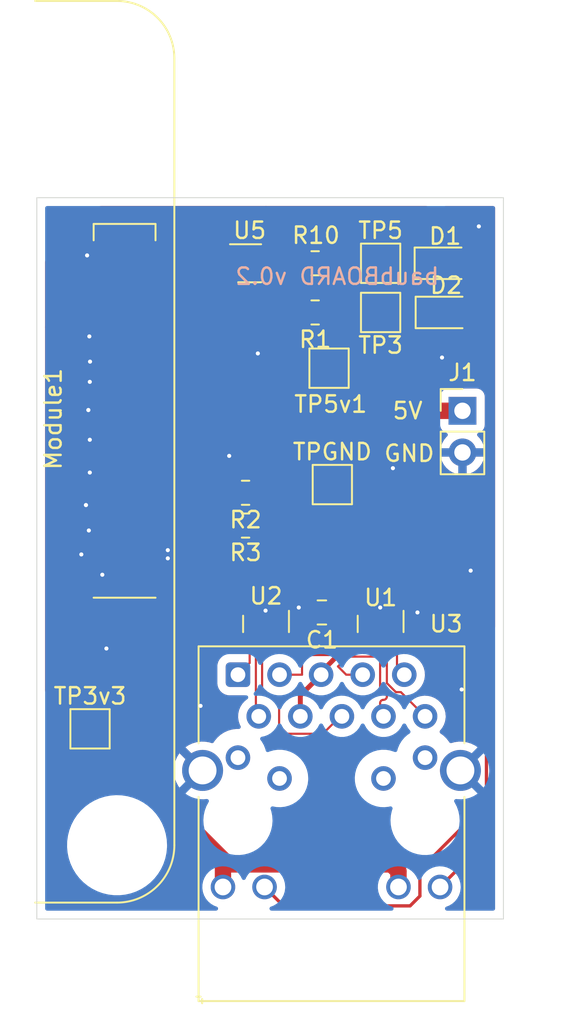
<source format=kicad_pcb>
(kicad_pcb (version 20210424) (generator pcbnew)
  (layers (0 "F.Cu" signal) (1 "In1.Cu" power) (2 "In2.Cu" power) (31 "B.Cu" signal) (34 "B.Paste" user) (35 "F.Paste" user) (36 "B.SilkS" user "B.Silkscreen") (37 "F.SilkS" user "F.Silkscreen") (38 "B.Mask" user) (39 "F.Mask" user) (44 "Edge.Cuts" user))
  (net 0 "")
  (net 1 "GND")
  (net 2 "Net-(C1-Pad1)")
  (net 3 "/CM4_GPIO ( Ethernet, GPIO, SDCARD)/SD_DAT1")
  (net 4 "/CM4_GPIO ( Ethernet, GPIO, SDCARD)/SD_DAT0")
  (net 5 "/CM4_GPIO ( Ethernet, GPIO, SDCARD)/SD_CLK")
  (net 6 "/CM4_GPIO ( Ethernet, GPIO, SDCARD)/SD_CMD")
  (net 7 "/CM4_GPIO ( Ethernet, GPIO, SDCARD)/SD_DAT3")
  (net 8 "/CM4_GPIO ( Ethernet, GPIO, SDCARD)/SD_DAT2")
  (net 9 "/CM4_GPIO ( Ethernet, GPIO, SDCARD)/GPIO2")
  (net 10 "/CM4_GPIO ( Ethernet, GPIO, SDCARD)/GPIO3")
  (net 11 "/CM4_GPIO ( Ethernet, GPIO, SDCARD)/GPIO4")
  (net 12 "/CM4_GPIO ( Ethernet, GPIO, SDCARD)/GPIO14")
  (net 13 "/CM4_GPIO ( Ethernet, GPIO, SDCARD)/GPIO15")
  (net 14 "/CM4_GPIO ( Ethernet, GPIO, SDCARD)/GPIO17")
  (net 15 "/CM4_GPIO ( Ethernet, GPIO, SDCARD)/GPIO18")
  (net 16 "/CM4_GPIO ( Ethernet, GPIO, SDCARD)/GPIO27")
  (net 17 "/CM4_GPIO ( Ethernet, GPIO, SDCARD)/GPIO22")
  (net 18 "/CM4_GPIO ( Ethernet, GPIO, SDCARD)/GPIO23")
  (net 19 "/CM4_GPIO ( Ethernet, GPIO, SDCARD)/GPIO24")
  (net 20 "/CM4_GPIO ( Ethernet, GPIO, SDCARD)/GPIO10")
  (net 21 "/CM4_GPIO ( Ethernet, GPIO, SDCARD)/GPIO9")
  (net 22 "/CM4_GPIO ( Ethernet, GPIO, SDCARD)/GPIO25")
  (net 23 "/CM4_GPIO ( Ethernet, GPIO, SDCARD)/GPIO11")
  (net 24 "/CM4_GPIO ( Ethernet, GPIO, SDCARD)/GPIO8")
  (net 25 "/CM4_GPIO ( Ethernet, GPIO, SDCARD)/GPIO7")
  (net 26 "/CM4_GPIO ( Ethernet, GPIO, SDCARD)/GPIO5")
  (net 27 "/CM4_GPIO ( Ethernet, GPIO, SDCARD)/GPIO6")
  (net 28 "/CM4_GPIO ( Ethernet, GPIO, SDCARD)/GPIO12")
  (net 29 "/CM4_GPIO ( Ethernet, GPIO, SDCARD)/GPIO13")
  (net 30 "/CM4_GPIO ( Ethernet, GPIO, SDCARD)/GPIO16")
  (net 31 "/CM4_GPIO ( Ethernet, GPIO, SDCARD)/GPIO26")
  (net 32 "/CM4_GPIO ( Ethernet, GPIO, SDCARD)/GPIO20")
  (net 33 "/CM4_GPIO ( Ethernet, GPIO, SDCARD)/GPIO21")
  (net 34 "/CM4_GPIO ( Ethernet, GPIO, SDCARD)/TR1_TAP")
  (net 35 "/CM4_GPIO ( Ethernet, GPIO, SDCARD)/TR0_TAP")
  (net 36 "/CM4_GPIO ( Ethernet, GPIO, SDCARD)/TR3_TAP")
  (net 37 "/CM4_GPIO ( Ethernet, GPIO, SDCARD)/TR2_TAP")
  (net 38 "/CM4_GPIO ( Ethernet, GPIO, SDCARD)/TRD1_P")
  (net 39 "/CM4_GPIO ( Ethernet, GPIO, SDCARD)/TRD3_N")
  (net 40 "/CM4_GPIO ( Ethernet, GPIO, SDCARD)/TRD1_N")
  (net 41 "/CM4_GPIO ( Ethernet, GPIO, SDCARD)/TRD2_N")
  (net 42 "/CM4_GPIO ( Ethernet, GPIO, SDCARD)/TRD0_N")
  (net 43 "/CM4_GPIO ( Ethernet, GPIO, SDCARD)/TRD2_P")
  (net 44 "/CM4_GPIO ( Ethernet, GPIO, SDCARD)/TRD0_P")
  (net 45 "/CM4_GPIO ( Ethernet, GPIO, SDCARD)/ETH_LEDG")
  (net 46 "/CM4_GPIO ( Ethernet, GPIO, SDCARD)/ETH_LEDY")
  (net 47 "/CM4_GPIO ( Ethernet, GPIO, SDCARD)/nPWR_LED")
  (net 48 "Net-(D2-Pad1)")
  (net 49 "Net-(R2-Pad1)")
  (net 50 "Net-(R3-Pad1)")
  (net 51 "Net-(D1-Pad1)")
  (net 52 "Net-(R10-Pad2)")
  (net 53 "/CM4_GPIO ( Ethernet, GPIO, SDCARD)/TRD3_P")
  (net 54 "/CM4_GPIO ( Ethernet, GPIO, SDCARD)/WL_nDis")
  (net 55 "/CM4_GPIO ( Ethernet, GPIO, SDCARD)/GPIO19")
  (net 56 "/CM4_GPIO ( Ethernet, GPIO, SDCARD)/SD_PWR_ON")
  (net 57 "/CM4_GPIO ( Ethernet, GPIO, SDCARD)/SYNC_OUT")
  (net 58 "/CM4_GPIO ( Ethernet, GPIO, SDCARD)/SYNC_IN")
  (net 59 "/CM4_GPIO ( Ethernet, GPIO, SDCARD)/AIN0")
  (net 60 "/CM4_GPIO ( Ethernet, GPIO, SDCARD)/AIN1")
  (net 61 "/CM4_GPIO ( Ethernet, GPIO, SDCARD)/+1.8v")
  (net 62 "/CM4_GPIO ( Ethernet, GPIO, SDCARD)/RUN_PG")
  (net 63 "/CM4_GPIO ( Ethernet, GPIO, SDCARD)/EEPROM_nWP")
  (net 64 "/CM4_GPIO ( Ethernet, GPIO, SDCARD)/nRPIBOOT")
  (net 65 "/CM4_GPIO ( Ethernet, GPIO, SDCARD)/BT_nDis")
  (net 66 "/CM4_GPIO ( Ethernet, GPIO, SDCARD)/Reserved")
  (net 67 "/CM4_GPIO ( Ethernet, GPIO, SDCARD)/+3.3v")
  (net 69 "/CM4_GPIO ( Ethernet, GPIO, SDCARD)/ID_SC")
  (net 70 "/CM4_GPIO ( Ethernet, GPIO, SDCARD)/ID_SD")
  (net 76 "/CM4_GPIO ( Ethernet, GPIO, SDCARD)/+5v")
  (net 77 "/CM4_GPIO ( Ethernet, GPIO, SDCARD)/SCL0")
  (net 78 "/CM4_GPIO ( Ethernet, GPIO, SDCARD)/SDA0")
  (net 79 "/CM4_GPIO ( Ethernet, GPIO, SDCARD)/CAM_GPIO")
  (net 80 "/CM4_GPIO ( Ethernet, GPIO, SDCARD)/GLOBAL_EN")
  (net 81 "/CM4_GPIO ( Ethernet, GPIO, SDCARD)/nEXTRST")
  (net 82 "/CM4_GPIO ( Ethernet, GPIO, SDCARD)/nLED_Activity")
  (footprint "Resistor_SMD:R_0805_2012Metric_Pad1.20x1.40mm_HandSolder" (layer "F.Cu") (at 115.2 91.4 180)
    (fp_text reference "R10")
    (fp_text value "1k")
  )
  (footprint "Resistor_SMD:R_0805_2012Metric_Pad1.20x1.40mm_HandSolder" (layer "F.Cu") (at 115.2 94.4 180)
    (fp_text reference "R1")
    (fp_text value "1k")
  )
  (footprint "Package_TO_SOT_SMD:SOT-353_SC-70-5" (layer "F.Cu") (at 111.2 91.4)
    (fp_text reference "U5")
    (fp_text value "74LVC1G07SE-7")
  )
  (footprint "Package_SON:USON-10_2.5x1.0mm_P0.5mm" (layer "F.Cu") (at 119.2 113.4 -90)
    (fp_text reference "U1")
    (fp_text value "TPD4EUSB30")
  )
  (footprint "Resistor_SMD:R_0805_2012Metric_Pad1.20x1.40mm_HandSolder" (layer "F.Cu") (at 110.95 107.4 180)
    (fp_text reference "R3")
    (fp_text value "470R")
  )
  (footprint "TestPoint:TestPoint_Pad_2.0x2.0mm" (layer "F.Cu") (at 119.2 91.4)
    (fp_text reference "TP5")
    (fp_text value "TestPoint")
  )
  (footprint "LED_SMD:LED_0805_2012Metric_Pad1.15x1.40mm_HandSolder" (layer "F.Cu") (at 123.2 94.4)
    (fp_text reference "D2")
    (fp_text value "LED Green")
  )
  (footprint "CM4IO:Raspberry-Pi-4-Compute-Module" (layer "F.Cu") (at 103.1 78.9 180)
    (fp_text reference "Module1")
    (fp_text value "ComputeModule4")
  )
  (footprint "LED_SMD:LED_0805_2012Metric_Pad1.15x1.40mm_HandSolder" (layer "F.Cu") (at 123.1375 91.4)
    (fp_text reference "D1")
    (fp_text value "LED Red")
  )
  (footprint "Connector_PinHeader_2.54mm:PinHeader_1x02_P2.54mm_Vertical" (layer "F.Cu") (at 124.2 100.4)
    (fp_text reference "J1")
    (fp_text value "Conn_01x02_Male")
  )
  (footprint "Resistor_SMD:R_0805_2012Metric_Pad1.20x1.40mm_HandSolder" (layer "F.Cu") (at 110.95 105.4 180)
    (fp_text reference "R2")
    (fp_text value "470R")
  )
  (footprint "Capacitor_SMD:C_0805_2012Metric_Pad1.18x1.45mm_HandSolder" (layer "F.Cu") (at 115.6125 112.7 180)
    (fp_text reference "C1")
    (fp_text value "100n")
  )
  (footprint "CM4IO:TRJG0926HENL" (layer "F.Cu") (at 116.2 125.3875)
    (fp_text reference "U3")
    (fp_text value "MagJack-A70-112-331N126")
  )
  (footprint "TestPoint:TestPoint_Pad_2.0x2.0mm" (layer "F.Cu") (at 116.05 97.8)
    (fp_text reference "TP5v1")
    (fp_text value "TestPoint")
  )
  (footprint "TestPoint:TestPoint_Pad_2.0x2.0mm" (layer "F.Cu") (at 101.45 119.8)
    (fp_text reference "TP3v3")
    (fp_text value "TestPoint")
  )
  (footprint "Package_SON:USON-10_2.5x1.0mm_P0.5mm" (layer "F.Cu") (at 112.2 113.4 -90)
    (fp_text reference "U2")
    (fp_text value "TPD4EUSB30")
  )
  (footprint "TestPoint:TestPoint_Pad_2.0x2.0mm" (layer "F.Cu") (at 119.2 94.4)
    (fp_text reference "TP3")
    (fp_text value "TestPoint")
  )
  (footprint "TestPoint:TestPoint_Pad_2.0x2.0mm" (layer "F.Cu") (at 116.25 104.9)
    (fp_text reference "TPGND")
    (fp_text value "TestPoint")
  )
  (gr_line (start 98.2 87.4) (end 126.7 87.4) (layer "Edge.Cuts") (width 0.05))
  (gr_line (start 126.7 131.4) (end 98.2 131.4) (layer "Edge.Cuts") (width 0.05))
  (gr_line (start 126.7 87.4) (end 126.7 131.4) (layer "Edge.Cuts") (width 0.05))
  (gr_line (start 98.2 87.4) (end 98.2 131.4) (layer "Edge.Cuts") (width 0.05))
  (gr_text "baubBOARD v0.2" (at 116.55 92.2) (layer "B.SilkS") (effects (font (size 1 1)) (justify mirror)))
  (gr_text "5V" (at 120.85 100.4) (layer "F.SilkS") (effects (font (size 1 1))))
  (gr_text "GND\n" (at 120.95 103) (layer "F.SilkS") (effects (font (size 1 1))))
  (segment (start 101.469677 104.2) (end 101.435806 104.166129) (width 0.13) (layer "F.Cu") (net 1))
  (segment (start 112.2 112.617986) (end 112.170483 112.588469) (width 0.13) (layer "F.Cu") (net 1))
  (segment (start 102.02 104.2) (end 101.469677 104.2) (width 0.13) (layer "F.Cu") (net 1))
  (segment (start 102.02 110.2) (end 102.02 110.22) (width 0.13) (layer "F.Cu") (net 1))
  (segment (start 102.02 91) (end 101.350206 91) (width 0.13) (layer "F.Cu") (net 1))
  (segment (start 119.2 113.015) (end 119.2 113.785) (width 0.4) (layer "F.Cu") (net 1))
  (segment (start 101.469677 98.6) (end 101.435806 98.633871) (width 0.13) (layer "F.Cu") (net 1))
  (segment (start 102.02 107.8) (end 101.477397 107.8) (width 0.13) (layer "F.Cu") (net 1))
  (segment (start 106.7 105.9) (end 106.4 105.9) (width 0.13) (layer "F.Cu") (net 1))
  (segment (start 101.2 106.15) (end 100.7 106.15) (width 0.13) (layer "F.Cu") (net 1))
  (segment (start 106.6 103.8) (end 106.7 103.9) (width 0.13) (layer "F.Cu") (net 1))
  (segment (start 100.966129 98.633871) (end 100.95 98.65) (width 0.13) (layer "F.Cu") (net 1))
  (segment (start 106.2 96.89988) (end 106.2 97.15) (width 0.13) (layer "F.Cu") (net 1))
  (segment (start 101.40769 95.861537) (end 100.988463 95.861537) (width 0.13) (layer "F.Cu") (net 1))
  (segment (start 101.435806 102.166129) (end 100.966129 102.166129) (width 0.13) (layer "F.Cu") (net 1))
  (segment (start 101.5 102.2) (end 101.45 102.15) (width 0.13) (layer "F.Cu") (net 1))
  (segment (start 101.469227 95.8) (end 101.40769 95.861537) (width 0.13) (layer "F.Cu") (net 1))
  (segment (start 100.988463 95.861537) (end 100.95 95.9) (width 0.13) (layer "F.Cu") (net 1))
  (segment (start 105.1 99.8) (end 106.6 99.8) (width 0.13) (layer "F.Cu") (net 1))
  (segment (start 106 98.6) (end 106.2 98.4) (width 0.13) (layer "F.Cu") (net 1))
  (segment (start 102.02 100.2) (end 101.500579 100.2) (width 0.13) (layer "F.Cu") (net 1))
  (segment (start 101.435806 102.164194) (end 101.435806 102.166129) (width 0.13) (layer "F.Cu") (net 1))
  (segment (start 102.02 97.4) (end 101.45 97.4) (width 0.13) (layer "F.Cu") (net 1))
  (segment (start 102.02 110.22) (end 102.2 110.4) (width 0.13) (layer "F.Cu") (net 1))
  (segment (start 100.996694 100.353306) (end 100.95 100.4) (width 0.13) (layer "F.Cu") (net 1))
  (segment (start 119.2 113.015) (end 119.2 112.556896) (width 0.13) (layer "F.Cu") (net 1))
  (segment (start 105.1 96.2) (end 105.50012 96.2) (width 0.13) (layer "F.Cu") (net 1))
  (segment (start 105.1 109) (end 106.1 109) (width 0.13) (layer "F.Cu") (net 1))
  (segment (start 105.1 105.8) (end 106.6 105.8) (width 0.13) (layer "F.Cu") (net 1))
  (segment (start 101.500579 100.2) (end 101.347273 100.353306) (width 0.13) (layer "F.Cu") (net 1))
  (segment (start 106.6 101.8) (end 106.7 101.9) (width 0.13) (layer "F.Cu") (net 1))
  (segment (start 102.02 95.8) (end 101.469227 95.8) (width 0.13) (layer "F.Cu") (net 1))
  (segment (start 106.1 109) (end 106.2 108.9) (width 0.13) (layer "F.Cu") (net 1))
  (segment (start 105.1 107.8) (end 105.6 107.8) (width 0.13) (layer "F.Cu") (net 1))
  (segment (start 101.97 106.15) (end 101.2 106.15) (width 0.13) (layer "F.Cu") (net 1))
  (segment (start 102.02 98.6) (end 101.469677 98.6) (width 0.13) (layer "F.Cu") (net 1))
  (segment (start 105.50012 110.2) (end 105.1 110.2) (width 0.13) (layer "F.Cu") (net 1))
  (segment (start 100.966129 102.166129) (end 100.95 102.15) (width 0.13) (layer "F.Cu") (net 1))
  (segment (start 102.02 106.2) (end 101.97 106.15) (width 0.13) (layer "F.Cu") (net 1))
  (segment (start 101.350206 91) (end 101.270484 90.920278) (width 0.13) (layer "F.Cu") (net 1))
  (segment (start 101.249704 107.699704) (end 100.7 107.15) (width 0.13) (layer "F.Cu") (net 1))
  (segment (start 119.2 112.556896) (end 119.2 112.4) (width 0.13) (layer "F.Cu") (net 1))
  (segment (start 101.435806 98.633871) (end 100.966129 98.633871) (width 0.13) (layer "F.Cu") (net 1))
  (segment (start 101.45 97.4) (end 100.95 97.4) (width 0.13) (layer "F.Cu") (net 1))
  (segment (start 102.02 109) (end 101.079016 109) (width 0.13) (layer "F.Cu") (net 1))
  (segment (start 101.435806 104.166129) (end 100.966129 104.166129) (width 0.13) (layer "F.Cu") (net 1))
  (segment (start 101.45 102.15) (end 101.435806 102.164194) (width 0.13) (layer "F.Cu") (net 1))
  (segment (start 105.1 98.6) (end 106 98.6) (width 0.13) (layer "F.Cu") (net 1))
  (segment (start 106.2 109.4) (end 106.2 109.50012) (width 0.13) (layer "F.Cu") (net 1))
  (segment (start 101.347273 100.353306) (end 100.996694 100.353306) (width 0.13) (layer "F.Cu") (net 1))
  (segment (start 105.6 107.8) (end 106.2 108.4) (width 0.13) (layer "F.Cu") (net 1))
  (segment (start 119.2 112.4) (end 119.175011 112.4) (width 0.13) (layer "F.Cu") (net 1))
  (segment (start 105.1 97.4) (end 106.2 97.4) (width 0.13) (layer "F.Cu") (net 1))
  (segment (start 112.2 113.015) (end 112.2 112.617986) (width 0.13) (layer "F.Cu") (net 1))
  (segment (start 106.2 109.50012) (end 105.50012 110.2) (width 0.13) (layer "F.Cu") (net 1))
  (segment (start 101.477397 107.8) (end 101.377101 107.699704) (width 0.13) (layer "F.Cu") (net 1))
  (segment (start 100.966129 104.166129) (end 100.95 104.15) (width 0.13) (layer "F.Cu") (net 1))
  (segment (start 105.1 103.8) (end 106.6 103.8) (width 0.13) (layer "F.Cu") (net 1))
  (segment (start 106.6 105.8) (end 106.7 105.9) (width 0.13) (layer "F.Cu") (net 1))
  (segment (start 112.2 113.015) (end 112.2 112.9) (width 0.13) (layer "F.Cu") (net 1))
  (segment (start 101.377101 107.699704) (end 101.249704 107.699704) (width 0.13) (layer "F.Cu") (net 1))
  (segment (start 106.6 99.8) (end 106.7 99.9) (width 0.13) (layer "F.Cu") (net 1))
  (segment (start 101.079016 109) (end 100.918 109.161016) (width 0.13) (layer "F.Cu") (net 1))
  (segment (start 102.02 102.2) (end 101.5 102.2) (width 0.13) (layer "F.Cu") (net 1))
  (segment (start 106.4 105.9) (end 106.3 105.8) (width 0.13) (layer "F.Cu") (net 1))
  (segment (start 105.50012 96.2) (end 106.2 96.89988) (width 0.13) (layer "F.Cu") (net 1))
  (segment (start 119.2 113.015) (end 119.2 112.9) (width 0.13) (layer "F.Cu") (net 1))
  (segment (start 105.1 101.8) (end 106.6 101.8) (width 0.13) (layer "F.Cu") (net 1))
  (segment (start 112.2 113.785) (end 112.2 113.015) (width 0.4) (layer "F.Cu") (net 1))
  (via (at 102.2 110.4) (size 0.45) (drill 0.25) (layers "F.Cu" "B.Cu") (net 1))
  (via (at 101.2 106.15) (size 0.45) (drill 0.25) (layers "F.Cu" "B.Cu") (net 1))
  (via (at 108.2 118.4) (size 0.45) (drill 0.25) (layers "F.Cu" "B.Cu") (net 1))
  (via (at 119.175011 112.4) (size 0.45) (drill 0.25) (layers "F.Cu" "B.Cu") (net 1))
  (via (at 101.377101 107.699704) (size 0.45) (drill 0.25) (layers "F.Cu" "B.Cu") (net 1))
  (via (at 112.170483 112.588469) (size 0.45) (drill 0.25) (layers "F.Cu" "B.Cu") (net 1))
  (via (at 101.270484 90.920278) (size 0.45) (drill 0.25) (layers "F.Cu" "B.Cu") (net 1))
  (via (at 101.435806 104.166129) (size 0.45) (drill 0.25) (layers "F.Cu" "B.Cu") (net 1))
  (via (at 109.95 103.15) (size 0.45) (drill 0.25) (layers "F.Cu" "B.Cu") (net 1))
  (via (at 101.2 106.15) (size 0.45) (drill 0.25) (layers "F.Cu" "B.Cu") (net 1))
  (via (at 101.347273 100.353306) (size 0.45) (drill 0.25) (layers "F.Cu" "B.Cu") (net 1))
  (via (at 101.347273 100.353306) (size 0.45) (drill 0.25) (layers "F.Cu" "B.Cu") (net 1))
  (via (at 124.7 110.15) (size 0.45) (drill 0.25) (layers "F.Cu" "B.Cu") (net 1))
  (via (at 100.918 109.161016) (size 0.45) (drill 0.25) (layers "F.Cu" "B.Cu") (net 1))
  (via (at 111.7 96.9) (size 0.45) (drill 0.25) (layers "F.Cu" "B.Cu") (net 1))
  (via (at 106.2 108.9) (size 0.45) (drill 0.25) (layers "F.Cu" "B.Cu") (net 1))
  (via (at 101.435806 98.633871) (size 0.45) (drill 0.25) (layers "F.Cu" "B.Cu") (net 1))
  (via (at 125.2 89.15) (size 0.45) (drill 0.25) (layers "F.Cu" "B.Cu") (net 1))
  (via (at 102.45 114.9) (size 0.45) (drill 0.25) (layers "F.Cu" "B.Cu") (net 1))
  (via (at 101.40769 95.861537) (size 0.45) (drill 0.25) (layers "F.Cu" "B.Cu") (net 1))
  (via (at 121.45 112.7) (size 0.45) (drill 0.25) (layers "F.Cu" "B.Cu") (net 1))
  (via (at 101.435806 102.166129) (size 0.45) (drill 0.25) (layers "F.Cu" "B.Cu") (net 1))
  (via (at 106.2 109.4) (size 0.45) (drill 0.25) (layers "F.Cu" "B.Cu") (net 1))
  (via (at 124.15 117.4) (size 0.45) (drill 0.25) (layers "F.Cu" "B.Cu") (net 1))
  (via (at 119.95 103.9) (size 0.45) (drill 0.25) (layers "F.Cu" "B.Cu") (net 1))
  (via (at 122.95 97.15) (size 0.45) (drill 0.25) (layers "F.Cu" "B.Cu") (net 1))
  (via (at 101.45 97.4) (size 0.45) (drill 0.25) (layers "F.Cu" "B.Cu") (net 1))
  (via (at 114.2 112.4) (size 0.45) (drill 0.25) (layers "F.Cu" "B.Cu") (net 1))
  (segment (start 102.2 110.4) (end 102.2 107.9) (width 0.13) (layer "B.Cu") (net 1))
  (segment (start 115.565 116.335) (end 116.65 115.25) (width 0.3) (layer "F.Cu") (net 2))
  (segment (start 116.65 112.7) (end 116.575 112.7) (width 0.3) (layer "F.Cu") (net 2))
  (segment (start 115.565 116.4975) (end 115.565 116.335) (width 0.3) (layer "F.Cu") (net 2))
  (segment (start 114.295 117.7675) (end 115.565 116.4975) (width 0.3) (layer "F.Cu") (net 2))
  (segment (start 114.295 119.0375) (end 114.295 117.7675) (width 0.3) (layer "F.Cu") (net 2))
  (segment (start 116.65 115.25) (end 116.65 112.7) (width 0.3) (layer "F.Cu") (net 2))
  (segment (start 113.318827 114.5) (end 114.2 114.5) (width 0.13) (layer "F.Cu") (net 38))
  (segment (start 101.25 110.090602) (end 101.526091 109.814511) (width 0.13) (layer "F.Cu") (net 38))
  (segment (start 101.25 111.181298) (end 101.25 110.090602) (width 0.13) (layer "F.Cu") (net 38))
  (segment (start 116.031173 114.9) (end 114.6 114.9) (width 0.13) (layer "F.Cu") (net 38))
  (segment (start 112.228008 111.5) (end 110.137481 111.5) (width 0.13) (layer "F.Cu") (net 38))
  (segment (start 109.217001 112.42048) (end 102.489182 112.42048) (width 0.13) (layer "F.Cu") (net 38))
  (segment (start 114.4 114.3) (end 114.4 113.785) (width 0.13) (layer "F.Cu") (net 38))
  (segment (start 113.025 116.4975) (end 114.4 116.4975) (width 0.13) (layer "F.Cu") (net 38))
  (segment (start 113.2 112.471992) (end 112.228008 111.5) (width 0.13) (layer "F.Cu") (net 38))
  (segment (start 102.489182 112.42048) (end 101.25 111.181298) (width 0.13) (layer "F.Cu") (net 38))
  (segment (start 114.6 114.9) (end 113.318827 114.9) (width 0.13) (layer "F.Cu") (net 38))
  (segment (start 114.6 115.3) (end 116.031173 115.3) (width 0.13) (layer "F.Cu") (net 38))
  (segment (start 101.526091 109.814511) (end 102.02 109.814511) (width 0.13) (layer "F.Cu") (net 38))
  (segment (start 113.2 113.015) (end 113.2 112.471992) (width 0.13) (layer "F.Cu") (net 38))
  (segment (start 114.4 116.4975) (end 114.4 115.5) (width 0.13) (layer "F.Cu") (net 38))
  (segment (start 114.4 113.785) (end 113.2 113.785) (width 0.13) (layer "F.Cu") (net 38))
  (segment (start 110.137481 111.5) (end 109.217001 112.42048) (width 0.13) (layer "F.Cu") (net 38))
  (segment (start 113.2 113.785) (end 113.2 113.015) (width 0.13) (layer "F.Cu") (net 38))
  (arc (start 113.318827 114.9) (mid 113.177406 114.841421) (end 113.118827 114.7) (width 0.13) (layer "F.Cu") (net 38))
  (arc (start 116.231173 115.1) (mid 116.172594 114.958579) (end 116.031173 114.9) (width 0.13) (layer "F.Cu") (net 38))
  (arc (start 116.031173 115.3) (mid 116.172594 115.241421) (end 116.231173 115.1) (width 0.13) (layer "F.Cu") (net 38))
  (arc (start 114.4 115.5) (mid 114.458579 115.358579) (end 114.6 115.3) (width 0.13) (layer "F.Cu") (net 38))
  (arc (start 113.118827 114.7) (mid 113.177406 114.558579) (end 113.318827 114.5) (width 0.13) (layer "F.Cu") (net 38))
  (arc (start 114.2 114.5) (mid 114.341421 114.441421) (end 114.4 114.3) (width 0.13) (layer "F.Cu") (net 38))
  (segment (start 119.7 113.785) (end 119.7 113.015) (width 0.13) (layer "F.Cu") (net 39))
  (segment (start 104.060818 111.02952) (end 103.76048 110.729182) (width 0.13) (layer "F.Cu") (net 39))
  (segment (start 119.76 112.542499) (end 119.76 111.978702) (width 0.13) (layer "F.Cu") (net 39))
  (segment (start 120.439511 117.562011) (end 120.134034 117.562011) (width 0.13) (layer "F.Cu") (net 39))
  (segment (start 103.76048 110.729182) (end 103.76048 109.936509) (width 0.13) (layer "F.Cu") (net 39))
  (segment (start 106.839182 111.02952) (end 104.060818 111.02952) (width 0.13) (layer "F.Cu") (net 39))
  (segment (start 121.915 119.0375) (end 120.439511 117.562011) (width 0.13) (layer "F.Cu") (net 39))
  (segment (start 107.694192 110.17451) (end 106.839182 111.02952) (width 0.13) (layer "F.Cu") (net 39))
  (segment (start 117.955808 110.17451) (end 107.694192 110.17451) (width 0.13) (layer "F.Cu") (net 39))
  (segment (start 120.134034 117.562011) (end 119.580489 117.008466) (width 0.13) (layer "F.Cu") (net 39))
  (segment (start 104.3115 109.385489) (end 105.1 109.385489) (width 0.13) (layer "F.Cu") (net 39))
  (segment (start 119.7 113.015) (end 119.7 112.602499) (width 0.13) (layer "F.Cu") (net 39))
  (segment (start 119.7 112.602499) (end 119.76 112.542499) (width 0.13) (layer "F.Cu") (net 39))
  (segment (start 119.76 111.978702) (end 117.955808 110.17451) (width 0.13) (layer "F.Cu") (net 39))
  (segment (start 103.76048 109.936509) (end 104.3115 109.385489) (width 0.13) (layer "F.Cu") (net 39))
  (segment (start 119.580489 114.317012) (end 119.7 114.197501) (width 0.13) (layer "F.Cu") (net 39))
  (segment (start 119.7 114.197501) (end 119.7 113.785) (width 0.13) (layer "F.Cu") (net 39))
  (segment (start 119.580489 117.008466) (end 119.580489 114.317012) (width 0.13) (layer "F.Cu") (net 39))
  (segment (start 102.33198 112.8) (end 100.87048 111.3385) (width 0.13) (layer "F.Cu") (net 40))
  (segment (start 101.418391 109.385489) (end 102.02 109.385489) (width 0.13) (layer "F.Cu") (net 40))
  (segment (start 112.7 113.015) (end 112.7 112.508714) (width 0.13) (layer "F.Cu") (net 40))
  (segment (start 112.7 112.508714) (end 112.070806 111.87952) (width 0.13) (layer "F.Cu") (net 40))
  (segment (start 113.5 120.1) (end 113 119.6) (width 0.13) (layer "F.Cu") (net 40))
  (segment (start 110.294683 111.87952) (end 109.374203 112.8) (width 0.13) (layer "F.Cu") (net 40))
  (segment (start 100.87048 109.9334) (end 101.418391 109.385489) (width 0.13) (layer "F.Cu") (net 40))
  (segment (start 111.960489 117.360489) (end 111.960489 115.071491) (width 0.13) (layer "F.Cu") (net 40))
  (segment (start 111.960489 115.071491) (end 112.7 114.33198) (width 0.13) (layer "F.Cu") (net 40))
  (segment (start 116.835 119.0375) (end 116.7375 119.0375) (width 0.13) (layer "F.Cu") (net 40))
  (segment (start 115.675 120.1) (end 113.5 120.1) (width 0.13) (layer "F.Cu") (net 40))
  (segment (start 116.7375 119.0375) (end 115.675 120.1) (width 0.13) (layer "F.Cu") (net 40))
  (segment (start 109.374203 112.8) (end 102.33198 112.8) (width 0.13) (layer "F.Cu") (net 40))
  (segment (start 112.070806 111.87952) (end 110.294683 111.87952) (width 0.13) (layer "F.Cu") (net 40))
  (segment (start 100.87048 111.3385) (end 100.87048 109.9334) (width 0.13) (layer "F.Cu") (net 40))
  (segment (start 113 119.6) (end 113 118.4) (width 0.13) (layer "F.Cu") (net 40))
  (segment (start 112.7 113.785) (end 112.7 113.015) (width 0.13) (layer "F.Cu") (net 40))
  (segment (start 113 118.4) (end 111.960489 117.360489) (width 0.13) (layer "F.Cu") (net 40))
  (segment (start 112.7 114.33198) (end 112.7 113.785) (width 0.13) (layer "F.Cu") (net 40))
  (segment (start 119.38042 117.630489) (end 119.369511 117.630489) (width 0.13) (layer "F.Cu") (net 41))
  (segment (start 108.9 110.7) (end 108.07952 111.52048) (width 0.13) (layer "F.Cu") (net 41))
  (segment (start 103.07952 109.789182) (end 104.254191 108.614511) (width 0.13) (layer "F.Cu") (net 41))
  (segment (start 103.607202 111.52048) (end 103.07952 110.992798) (width 0.13) (layer "F.Cu") (net 41))
  (segment (start 119.169511 117.430489) (end 119.169511 116.344023) (width 0.13) (layer "F.Cu") (net 41))
  (segment (start 119.169511 114.667012) (end 118.7 114.197501) (width 0.13) (layer "F.Cu") (net 41))
  (segment (start 117.018702 110.7) (end 108.9 110.7) (width 0.13) (layer "F.Cu") (net 41))
  (segment (start 118.64 112.542499) (end 118.64 112.321298) (width 0.13) (layer "F.Cu") (net 41))
  (segment (start 118.7 113.015) (end 118.7 112.602499) (width 0.13) (layer "F.Cu") (net 41))
  (segment (start 119.169511 118.832011) (end 119.169511 118.230489) (width 0.13) (layer "F.Cu") (net 41))
  (segment (start 119.369511 118.030489) (end 119.38042 118.030489) (width 0.13) (layer "F.Cu") (net 41))
  (segment (start 119.169511 116.344023) (end 119.169511 114.667012) (width 0.13) (layer "F.Cu") (net 41))
  (segment (start 108.07952 111.52048) (end 103.607202 111.52048) (width 0.13) (layer "F.Cu") (net 41))
  (segment (start 118.64 112.321298) (end 117.018702 110.7) (width 0.13) (layer "F.Cu") (net 41))
  (segment (start 118.7 114.197501) (end 118.7 113.785) (width 0.13) (layer "F.Cu") (net 41))
  (segment (start 119.375 119.0375) (end 119.169511 118.832011) (width 0.13) (layer "F.Cu") (net 41))
  (segment (start 104.254191 108.614511) (end 105.1 108.614511) (width 0.13) (layer "F.Cu") (net 41))
  (segment (start 103.07952 110.992798) (end 103.07952 109.789182) (width 0.13) (layer "F.Cu") (net 41))
  (segment (start 118.7 113.785) (end 118.7 113.015) (width 0.13) (layer "F.Cu") (net 41))
  (segment (start 118.7 112.602499) (end 118.64 112.542499) (width 0.13) (layer "F.Cu") (net 41))
  (arc (start 119.58042 117.830489) (mid 119.521841 117.689068) (end 119.38042 117.630489) (width 0.13) (layer "F.Cu") (net 41))
  (arc (start 119.169511 118.230489) (mid 119.22809 118.089068) (end 119.369511 118.030489) (width 0.13) (layer "F.Cu") (net 41))
  (arc (start 119.38042 118.030489) (mid 119.521841 117.97191) (end 119.58042 117.830489) (width 0.13) (layer "F.Cu") (net 41))
  (arc (start 119.369511 117.630489) (mid 119.22809 117.57191) (end 119.169511 117.430489) (width 0.13) (layer "F.Cu") (net 41))
  (segment (start 111.7 114.27612) (end 111.57952 114.3966) (width 0.13) (layer "F.Cu") (net 42))
  (segment (start 111.7 113.015) (end 111.7 113.14) (width 0.13) (layer "F.Cu") (net 42))
  (segment (start 111.663011 112.489591) (end 111.600409 112.426989) (width 0.127) (layer "F.Cu") (net 42))
  (segment (start 111.600409 112.426989) (end 110.799591 112.426989) (width 0.127) (layer "F.Cu") (net 42))
  (segment (start 111.7 113.785) (end 111.7 113.015) (width 0.13) (layer "F.Cu") (net 42))
  (segment (start 101.59006 113.27348) (end 100.26954 111.95296) (width 0.127) (layer "F.Cu") (net 42))
  (segment (start 111.57952 114.3966) (end 111.57952 118.70298) (width 0.13) (layer "F.Cu") (net 42))
  (segment (start 111.663011 112.978011) (end 111.663011 112.489591) (width 0.127) (layer "F.Cu") (net 42))
  (segment (start 110.799591 112.426989) (end 109.9531 113.27348) (width 0.127) (layer "F.Cu") (net 42))
  (segment (start 111.7 113.015) (end 111.663011 112.978011) (width 0.127) (layer "F.Cu") (net 42))
  (segment (start 100.26954 111.95296) (end 100.26954 109.09704) (width 0.127) (layer "F.Cu") (net 42))
  (segment (start 111.57952 118.70298) (end 111.5 118.7825) (width 0.13) (layer "F.Cu") (net 42))
  (segment (start 100.71658 108.65) (end 101.7 108.65) (width 0.127) (layer "F.Cu") (net 42))
  (segment (start 111.5 118.7825) (end 111.755 119.0375) (width 0.13) (layer "F.Cu") (net 42))
  (segment (start 100.26954 109.09704) (end 100.71658 108.65) (width 0.127) (layer "F.Cu") (net 42))
  (segment (start 111.7 113.14) (end 111.64 113.2) (width 0.13) (layer "F.Cu") (net 42))
  (segment (start 109.9531 113.27348) (end 101.59006 113.27348) (width 0.127) (layer "F.Cu") (net 42))
  (segment (start 111.7 113.785) (end 111.7 114.27612) (width 0.13) (layer "F.Cu") (net 42))
  (segment (start 108.236722 111.9) (end 103.45 111.9) (width 0.13) (layer "F.Cu") (net 43))
  (segment (start 118.2 113.015) (end 118.2 112.602499) (width 0.13) (layer "F.Cu") (net 43))
  (segment (start 118.26 112.478702) (end 116.860818 111.07952) (width 0.13) (layer "F.Cu") (net 43))
  (segment (start 118.2 112.602499) (end 118.26 112.542499) (width 0.13) (layer "F.Cu") (net 43))
  (segment (start 118.26 112.542499) (end 118.26 112.478702) (width 0.13) (layer "F.Cu") (net 43))
  (segment (start 118.789991 115.139991) (end 118.2 114.55) (width 0.13) (layer "F.Cu") (net 43))
  (segment (start 118.2 114.55) (end 118.2 113.785) (width 0.13) (layer "F.Cu") (net 43))
  (segment (start 118.2 113.785) (end 118.2 113.015) (width 0.13) (layer "F.Cu") (net 43))
  (segment (start 103.45 111.9) (end 102.7 111.15) (width 0.13) (layer "F.Cu") (net 43))
  (segment (start 102.7 111.15) (end 102.7 109.631298) (width 0.13) (layer "F.Cu") (net 43))
  (segment (start 104.145809 108.185489) (end 105.1 108.185489) (width 0.13) (layer "F.Cu") (net 43))
  (segment (start 117.192962 115.39452) (end 118.789991 115.39452) (width 0.13) (layer "F.Cu") (net 43))
  (segment (start 116.593741 115.993741) (end 117.192962 115.39452) (width 0.13) (layer "F.Cu") (net 43))
  (segment (start 118.105 116.4975) (end 117.0975 116.4975) (width 0.13) (layer "F.Cu") (net 43))
  (segment (start 109.057202 111.07952) (end 108.236722 111.9) (width 0.13) (layer "F.Cu") (net 43))
  (segment (start 117.0975 116.4975) (end 116.593741 115.993741) (width 0.13) (layer "F.Cu") (net 43))
  (segment (start 116.860818 111.07952) (end 109.057202 111.07952) (width 0.13) (layer "F.Cu") (net 43))
  (segment (start 102.7 109.631298) (end 104.145809 108.185489) (width 0.13) (layer "F.Cu") (net 43))
  (segment (start 118.789991 115.39452) (end 118.789991 115.139991) (width 0.13) (layer "F.Cu") (net 43))
  (segment (start 111.2 115.7825) (end 111.2 115.1) (width 0.13) (layer "F.Cu") (net 44))
  (segment (start 110.485 116.4975) (end 111.2 115.7825) (width 0.13) (layer "F.Cu") (net 44))
  (segment (start 99.89302 112.1096) (end 99.89302 108.9404) (width 0.127) (layer "F.Cu") (net 44))
  (segment (start 111.2 113.015) (end 111.2 113.785) (width 0.127) (layer "F.Cu") (net 44))
  (segment (start 100.55994 108.27348) (end 101.3331 108.27348) (width 0.127) (layer "F.Cu") (net 44))
  (segment (start 110.074856 114.5) (end 111 114.5) (width 0.13) (layer "F.Cu") (net 44))
  (segment (start 111.2 113.015) (end 110.74406 113.015) (width 0.127) (layer "F.Cu") (net 44))
  (segment (start 101.419591 108.186989) (end 102.02 108.186989) (width 0.127) (layer "F.Cu") (net 44))
  (segment (start 110.74406 113.015) (end 110.109059 113.65) (width 0.127) (layer "F.Cu") (net 44))
  (segment (start 110.109059 113.65) (end 101.43342 113.65) (width 0.127) (layer "F.Cu") (net 44))
  (segment (start 111 114.9) (end 110.074856 114.9) (width 0.13) (layer "F.Cu") (net 44))
  (segment (start 101.3331 108.27348) (end 101.419591 108.186989) (width 0.127) (layer "F.Cu") (net 44))
  (segment (start 111.2 114.3) (end 111.2 114.25) (width 0.13) (layer "F.Cu") (net 44))
  (segment (start 101.43342 113.65) (end 99.89302 112.1096) (width 0.127) (layer "F.Cu") (net 44))
  (segment (start 111.2 114.25) (end 111.2 113.785) (width 0.13) (layer "F.Cu") (net 44))
  (segment (start 99.89302 108.9404) (end 100.55994 108.27348) (width 0.127) (layer "F.Cu") (net 44))
  (arc (start 111 114.5) (mid 111.141421 114.441421) (end 111.2 114.3) (width 0.13) (layer "F.Cu") (net 44))
  (arc (start 109.874856 114.7) (mid 109.933435 114.558579) (end 110.074856 114.5) (width 0.13) (layer "F.Cu") (net 44))
  (arc (start 110.074856 114.9) (mid 109.933435 114.841421) (end 109.874856 114.7) (width 0.13) (layer "F.Cu") (net 44))
  (arc (start 111.2 115.1) (mid 111.141421 114.958579) (end 111 114.9) (width 0.13) (layer "F.Cu") (net 44))
  (segment (start 108.35 107) (end 105.1 107) (width 0.2) (layer "F.Cu") (net 45))
  (segment (start 109.95 105.4) (end 108.35 107) (width 0.2) (layer "F.Cu") (net 45))
  (segment (start 105.816514 107.6) (end 109.75 107.6) (width 0.2) (layer "F.Cu") (net 46))
  (segment (start 105.616514 107.4) (end 105.816514 107.6) (width 0.2) (layer "F.Cu") (net 46))
  (segment (start 109.75 107.6) (end 109.95 107.4) (width 0.2) (layer "F.Cu") (net 46))
  (segment (start 105.1 107.4) (end 105.616514 107.4) (width 0.2) (layer "F.Cu") (net 46))
  (segment (start 110.25 91.4) (end 105.1 91.4) (width 0.2) (layer "F.Cu") (net 47))
  (segment (start 119.2 94.4) (end 116.2 94.4) (width 0.5) (layer "F.Cu") (net 48))
  (segment (start 122.175 94.4) (end 119.2 94.4) (width 0.5) (layer "F.Cu") (net 48))
  (segment (start 112.77952 108.055694) (end 112.77952 107.72952) (width 0.2) (layer "F.Cu") (net 49))
  (segment (start 111.12048 106.22952) (end 111.12048 108.055694) (width 0.2) (layer "F.Cu") (net 49))
  (segment (start 111.12048 108.055694) (end 111.394306 108.32952) (width 0.2) (layer "F.Cu") (net 49))
  (segment (start 111.394306 108.32952) (end 112.505694 108.32952) (width 0.2) (layer "F.Cu") (net 49))
  (segment (start 113.2625 130.6) (end 112.11 129.4475) (width 0.2) (layer "F.Cu") (net 49))
  (segment (start 121 130.6) (end 113.2625 130.6) (width 0.2) (layer "F.Cu") (net 49))
  (segment (start 118.67952 107.72952) (end 125.6635 114.7135) (width 0.2) (layer "F.Cu") (net 49))
  (segment (start 112.505694 108.32952) (end 112.77952 108.055694) (width 0.2) (layer "F.Cu") (net 49))
  (segment (start 121.6 130) (end 121 130.6) (width 0.2) (layer "F.Cu") (net 49))
  (segment (start 121.6 128.4) (end 121.6 130) (width 0.2) (layer "F.Cu") (net 49))
  (segment (start 125.6635 124.3365) (end 121.6 128.4) (width 0.2) (layer "F.Cu") (net 49))
  (segment (start 112.77952 107.72952) (end 118.67952 107.72952) (width 0.2) (layer "F.Cu") (net 49))
  (segment (start 125.6635 114.7135) (end 125.6635 124.3365) (width 0.2) (layer "F.Cu") (net 49))
  (segment (start 111.95 105.4) (end 111.12048 106.22952) (width 0.2) (layer "F.Cu") (net 49))
  (segment (start 125.99302 114.530246) (end 118.862774 107.4) (width 0.2) (layer "F.Cu") (net 50))
  (segment (start 125.99302 126.28448) (end 125.99302 114.530246) (width 0.2) (layer "F.Cu") (net 50))
  (segment (start 122.83 129.4475) (end 125.99302 126.28448) (width 0.2) (layer "F.Cu") (net 50))
  (segment (start 118.862774 107.4) (end 111.95 107.4) (width 0.2) (layer "F.Cu") (net 50))
  (segment (start 122.175 91.4) (end 119.2 91.4) (width 0.5) (layer "F.Cu") (net 51))
  (segment (start 116.2 91.4) (end 119.2 91.4) (width 0.5) (layer "F.Cu") (net 51))
  (segment (start 114.2 91.4) (end 114.69 91.4) (width 0.2) (layer "F.Cu") (net 52))
  (segment (start 112.15 92.05) (end 113.55 92.05) (width 0.2) (layer "F.Cu") (net 52))
  (segment (start 113.55 92.05) (end 114.2 91.4) (width 0.2) (layer "F.Cu") (net 52))
  (segment (start 120.14 111.821298) (end 118.113692 109.79499) (width 0.13) (layer "F.Cu") (net 53))
  (segment (start 120.2 114.75) (end 120.2 114.7) (width 0.13) (layer "F.Cu") (net 53))
  (segment (start 120.2 113.015) (end 120.2 112.602499) (width 0.13) (layer "F.Cu") (net 53))
  (segment (start 120.14 112.542499) (end 120.14 111.821298) (width 0.13) (layer "F.Cu") (net 53))
  (segment (start 120.2 116.0525) (end 120.2 115.2) (width 0.13) (layer "F.Cu") (net 53))
  (segment (start 104.4192 109.814511) (end 105.1 109.814511) (width 0.13) (layer "F.Cu") (net 53))
  (segment (start 120.2 114.7) (end 121.882499 114.7) (width 0.13) (layer "F.Cu") (net 53))
  (segment (start 118.113692 109.79499) (end 107.536308 109.79499) (width 0.13) (layer "F.Cu") (net 53))
  (segment (start 104.218702 110.65) (end 104.14 110.571298) (width 0.13) (layer "F.Cu") (net 53))
  (segment (start 106.681298 110.65) (end 104.218702 110.65) (width 0.13) (layer "F.Cu") (net 53))
  (segment (start 120.15 114.75) (end 120.2 114.75) (width 0.13) (layer "F.Cu") (net 53))
  (segment (start 120.645 116.4975) (end 120.2 116.0525) (width 0.13) (layer "F.Cu") (net 53))
  (segment (start 104.14 110.093711) (end 104.4192 109.814511) (width 0.13) (layer "F.Cu") (net 53))
  (segment (start 121.882499 114.3) (end 120.4 114.3) (width 0.13) (layer "F.Cu") (net 53))
  (segment (start 104.14 110.571298) (end 104.14 110.093711) (width 0.13) (layer "F.Cu") (net 53))
  (segment (start 120.2 112.602499) (end 120.14 112.542499) (width 0.13) (layer "F.Cu") (net 53))
  (segment (start 120.2 113.785) (end 120.2 113.015) (width 0.13) (layer "F.Cu") (net 53))
  (segment (start 120.2 114.1) (end 120.2 113.785) (width 0.13) (layer "F.Cu") (net 53))
  (segment (start 120.1 115.1) (end 120.1 114.8) (width 0.13) (layer "F.Cu") (net 53))
  (segment (start 107.536308 109.79499) (end 106.681298 110.65) (width 0.13) (layer "F.Cu") (net 53))
  (arc (start 121.882499 114.7) (mid 122.02392 114.641421) (end 122.082499 114.5) (width 0.13) (layer "F.Cu") (net 53))
  (arc (start 122.082499 114.5) (mid 122.02392 114.358579) (end 121.882499 114.3) (width 0.13) (layer "F.Cu") (net 53))
  (arc (start 120.2 115.2) (mid 120.185355 115.164645) (end 120.15 115.15) (width 0.13) (layer "F.Cu") (net 53))
  (arc (start 120.1 114.8) (mid 120.114645 114.764645) (end 120.15 114.75) (width 0.13) (layer "F.Cu") (net 53))
  (arc (start 120.4 114.3) (mid 120.258579 114.241421) (end 120.2 114.1) (width 0.13) (layer "F.Cu") (net 53))
  (arc (start 120.15 115.15) (mid 120.114645 115.135355) (end 120.1 115.1) (width 0.13) (layer "F.Cu") (net 53))
  (segment (start 102.02 93) (end 102.02 92.6) (width 0.127) (layer "F.Cu") (net 61))
  (segment (start 109.57 127.77) (end 99.2 117.4) (width 1) (layer "F.Cu") (net 67))
  (segment (start 112.15 88.45) (end 112.15 90.75) (width 1) (layer "F.Cu") (net 67))
  (segment (start 102.02 95) (end 101.3 95) (width 0.2) (layer "F.Cu") (net 67))
  (segment (start 101.3 95) (end 100.4 94.1) (width 0.2) (layer "F.Cu") (net 67))
  (segment (start 119.867989 128.067989) (end 109.867989 128.067989) (width 1) (layer "F.Cu") (net 67))
  (segment (start 109.867989 128.067989) (end 109.57 127.77) (width 1) (layer "F.Cu") (net 67))
  (segment (start 99.2 95.3) (end 99.40698 95.09302) (width 1) (layer "F.Cu") (net 67))
  (segment (start 112.2 88.4) (end 102.16844 88.4) (width 1) (layer "F.Cu") (net 67))
  (segment (start 102.16844 88.4) (end 99.2 91.36844) (width 1) (layer "F.Cu") (net 67))
  (segment (start 99.2 117.4) (end 99.2 95.3) (width 1) (layer "F.Cu") (net 67))
  (segment (start 109.57 129.4475) (end 109.57 127.77) (width 1) (layer "F.Cu") (net 67))
  (segment (start 124.1625 94.3375) (end 124.225 94.4) (width 1) (layer "F.Cu") (net 67))
  (segment (start 99.40698 95.09302) (end 100.4 94.1) (width 1) (layer "F.Cu") (net 67))
  (segment (start 120.29 129.4475) (end 120.29 128.49) (width 1) (layer "F.Cu") (net 67))
  (segment (start 124.1625 90.6375) (end 124.1625 94.3375) (width 1) (layer "F.Cu") (net 67))
  (segment (start 121.925 88.4) (end 124.1625 90.6375) (width 1) (layer "F.Cu") (net 67))
  (segment (start 100.4 94.1) (end 100.9 93.6) (width 1) (layer "F.Cu") (net 67))
  (segment (start 112.2 88.4) (end 112.15 88.45) (width 1) (layer "F.Cu") (net 67))
  (segment (start 102.02 93.4) (end 101.1 93.4) (width 0.2) (layer "F.Cu") (net 67))
  (segment (start 101.1 93.4) (end 100.9 93.6) (width 0.127) (layer "F.Cu") (net 67))
  (segment (start 120.29 128.49) (end 119.867989 128.067989) (width 1) (layer "F.Cu") (net 67))
  (segment (start 101.1 93.8) (end 100.9 93.6) (width 0.127) (layer "F.Cu") (net 67))
  (segment (start 112.2 88.4) (end 121.925 88.4) (width 1) (layer "F.Cu") (net 67))
  (segment (start 99.2 91.36844) (end 99.2 95.3) (width 1) (layer "F.Cu") (net 67))
  (segment (start 102.02 93.8) (end 101.1 93.8) (width 0.2) (layer "F.Cu") (net 67))
  (segment (start 106.1 93) (end 106.2 92.9) (width 0.127) (layer "F.Cu") (net 76))
  (segment (start 106.2 94.4) (end 106.2 93.4) (width 1) (layer "F.Cu") (net 76))
  (segment (start 105.1 93) (end 106.1 93) (width 0.2) (layer "F.Cu") (net 76))
  (segment (start 106 94.2) (end 106.2 94.4) (width 0.127) (layer "F.Cu") (net 76))
  (segment (start 105.1 95) (end 105.8 95) (width 0.2) (layer "F.Cu") (net 76))
  (segment (start 115.95 100.4) (end 116.05 100.3) (width 1) (layer "F.Cu") (net 76))
  (segment (start 105.8 95) (end 106.2 95.4) (width 0.127) (layer "F.Cu") (net 76))
  (segment (start 105.1 93.8) (end 105.8 93.8) (width 0.2) (layer "F.Cu") (net 76))
  (segment (start 124.2 100.4) (end 115.95 100.4) (width 1) (layer "F.Cu") (net 76))
  (segment (start 106 94.6) (end 106.2 94.4) (width 0.127) (layer "F.Cu") (net 76))
  (segment (start 105.8 93.8) (end 106.2 93.4) (width 0.127) (layer "F.Cu") (net 76))
  (segment (start 115.95 100.4) (end 111.2 100.4) (width 1) (layer "F.Cu") (net 76))
  (segment (start 106.2 93.4) (end 106.2 92.9) (width 1) (layer "F.Cu") (net 76))
  (segment (start 111.2 100.4) (end 106.2 95.4) (width 1) (layer "F.Cu") (net 76))
  (segment (start 106.2 95.4) (end 106.2 94.4) (width 1) (layer "F.Cu") (net 76))
  (segment (start 105.1 94.2) (end 106 94.2) (width 0.2) (layer "F.Cu") (net 76))
  (segment (start 105.1 94.6) (end 106 94.6) (width 0.2) (layer "F.Cu") (net 76))
  (segment (start 105.1 93.4) (end 106.2 93.4) (width 0.2) (layer "F.Cu") (net 76))
  (segment (start 116.05 100.3) (end 116.05 97.8) (width 1) (layer "F.Cu") (net 76))
  (segment (start 104.623 106.2) (end 104.2 105.777) (width 0.2) (layer "F.Cu") (net 82))
  (segment (start 105.2 89.4) (end 111.2 89.4) (width 0.2) (layer "F.Cu") (net 82))
  (segment (start 104.2 90.4) (end 105.2 89.4) (width 0.2) (layer "F.Cu") (net 82))
  (segment (start 111.2 94.4) (end 114.2 94.4) (width 0.2) (layer "F.Cu") (net 82))
  (segment (start 111.2 89.4) (end 111.2 94.4) (width 0.2) (layer "F.Cu") (net 82))
  (segment (start 105.1 106.2) (end 104.623 106.2) (width 0.2) (layer "F.Cu") (net 82))
  (segment (start 104.2 105.777) (end 104.2 90.4) (width 0.2) (layer "F.Cu") (net 82))
  (zone (net 1) (net_name "GND") (layers F&B.Cu) (connect_pads (clearance 0.508)) (min_thickness 0.254) (fill yes (thermal_gap 0.508) (thermal_bridge_width 0.508))
    (polygon (pts (xy 128.45 132.9) (xy 95.95 132.9) (xy 95.95 85.4) (xy 128.45 85.4)))
  )
)
</source>
